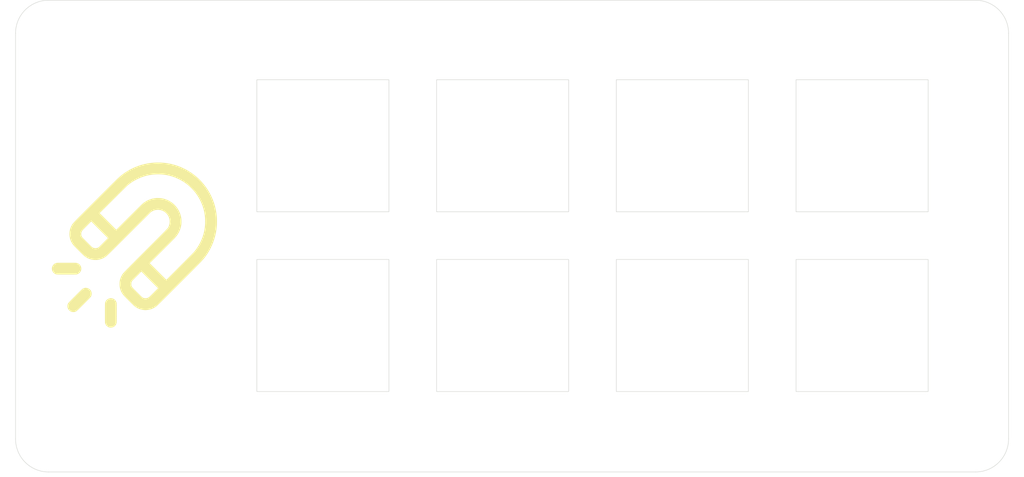
<source format=kicad_pcb>
(kicad_pcb (version 20240108) (generator "pcbnew") (generator_version "8.0")
  (layers (0 "F.Cu" signal) (31 "B.Cu" signal) (34 "B.Paste" user) (35 "F.Paste" user) (36 "B.SilkS" user "B.Silkscreen") (37 "F.SilkS" user "F.Silkscreen") (38 "B.Mask" user) (39 "F.Mask" user) (44 "Edge.Cuts" user))
  (net 0 "")
  (footprint "MountingHole:MountingHole_2.2mm_M2" (layer "F.Cu") (at 106.999999 99.749999)
    (property "Reference" "H2" (hide yes))
    (property "Value" "MountingHole")
    (pad "" np_thru_hole circle (at 0 0) (size 2.2 2.2) (drill 2.2) (layers "*.Cu" "*.Mask"))
  )
  (footprint "MountingHole:MountingHole_2.2mm_M2" (layer "F.Cu") (at 145.6 78.2)
    (property "Reference" "H5" (hide yes))
    (property "Value" "MountingHole")
    (pad "" np_thru_hole circle (at 0 0) (size 2.2 2.2) (drill 2.2) (layers "*.Cu" "*.Mask"))
  )
  (footprint "MountingHole:MountingHole_2.2mm_M2" (layer "F.Cu") (at 106.999999 56.749999)
    (property "Reference" "H1" (hide yes))
    (property "Value" "MountingHole")
    (pad "" np_thru_hole circle (at 0 0) (size 2.2 2.2) (drill 2.2) (layers "*.Cu" "*.Mask"))
  )
  (footprint "MountingHole:MountingHole_2.2mm_M2" (layer "F.Cu") (at 205.25 56.75)
    (property "Reference" "H3" (hide yes))
    (property "Value" "MountingHole")
    (pad "" np_thru_hole circle (at 0 0) (size 2.2 2.2) (drill 2.2) (layers "*.Cu" "*.Mask"))
  )
  (footprint "MountingHole:MountingHole_2.2mm_M2" (layer "F.Cu") (at 183.7 78.2)
    (property "Reference" "H6" (hide yes))
    (property "Value" "MountingHole")
    (pad "" np_thru_hole circle (at 0 0) (size 2.2 2.2) (drill 2.2) (layers "*.Cu" "*.Mask"))
  )
  (footprint "LOGO" (layer "F.Cu") (at 116.1 79.2)
    (property "Reference" "G***" (hide yes))
    (property "Value" "LOGO" (hide yes))
    (fp_poly (pts (xy -5.089304 4.531667) (xy -4.984826 4.552685) (xy -4.882545 4.59256) (xy -4.80477 4.637053) (xy -4.720607 4.703656) (xy -4.650848 4.782131) (xy -4.596173 4.870442) (xy -4.557261 4.966555) (xy -4.534792 5.068433) (xy -4.529447 5.174043) (xy -4.541904 5.281348) (xy -4.563033 5.360797) (xy -4.570301 5.381809) (xy -4.578165 5.401917) (xy -4.587423 5.422005) (xy -4.598874 5.442951) (xy -4.613315 5.465638) (xy -4.631544 5.490947) (xy -4.654359 5.519759) (xy -4.682559 5.552955) (xy -4.71694 5.591416) (xy -4.758303 5.636024) (xy -4.807443 5.687659) (xy -4.86516 5.747203) (xy -4.932252 5.815537) (xy -5.009516 5.893541) (xy -5.09775 5.982098) (xy -5.197753 6.082088) (xy -5.310322 6.194393) (xy -5.389062 6.272871) (xy -5.507723 6.391083) (xy -5.613457 6.496305) (xy -5.707165 6.589347) (xy -5.789751 6.671024) (xy -5.862114 6.742148) (xy -5.925156 6.803531) (xy -5.97978 6.855985) (xy -6.026885 6.900323) (xy -6.067375 6.937359) (xy -6.10215 6.967903) (xy -6.132111 6.99277) (xy -6.158161 7.01277) (xy -6.181201 7.028718) (xy -6.202131 7.041425) (xy -6.221855 7.051704) (xy -6.241273 7.060367) (xy -6.261286 7.068227) (xy -6.278486 7.07454) (xy -6.320882 7.085402) (xy -6.376629 7.093405) (xy -6.43988 7.098332) (xy -6.504788 7.09997) (xy -6.565505 7.098102) (xy -6.616184 7.092514) (xy -6.63773 7.087756) (xy -6.726658 7.05404) (xy -6.813454 7.005661) (xy -6.892913 6.946147) (xy -6.95983 6.879028) (xy -6.976633 6.858) (xy -7.035198 6.765559) (xy -7.07527 6.667672) (xy -7.097292 6.562999) (xy -7.102231 6.4788) (xy -7.097525 6.391563) (xy -7.08215 6.312321) (xy -7.054223 6.232907) (xy -7.036461 6.193692) (xy -7.030418 6.181528) (xy -7.023697 6.169374) (xy -7.015479 6.156368) (xy -7.004944 6.141644) (xy -6.991271 6.124339) (xy -6.973641 6.103589) (xy -6.951233 6.07853) (xy -6.923228 6.048298) (xy -6.888805 6.012029) (xy -6.847144 5.96886) (xy -6.797425 5.917926) (xy -6.738829 5.858363) (xy -6.670534 5.789308) (xy -6.591722 5.709897) (xy -6.501571 5.619265) (xy -6.399262 5.516549) (xy -6.283975 5.400885) (xy -6.282439 5.399344) (xy -6.147611 5.264288) (xy -6.026151 5.14302) (xy -5.917816 5.035305) (xy -5.822368 4.940909) (xy -5.739566 4.859598) (xy -5.66917 4.791138) (xy -5.610939 4.735293) (xy -5.564635 4.691831) (xy -5.530016 4.660516) (xy -5.506842 4.641115) (xy -5.500077 4.636204) (xy -5.401366 4.581775) (xy -5.29903 4.54621) (xy -5.194524 4.529508)) (fill solid) (layer "F.SilkS"))
    (fp_poly (pts (xy -7.027057 1.875703) (xy -6.882306 1.875749) (xy -6.754708 1.875853) (xy -6.64307 1.876034) (xy -6.546199 1.876314) (xy -6.462903 1.876715) (xy -6.391988 1.877257) (xy -6.332263 1.877961) (xy -6.282533 1.878849) (xy -6.241608 1.879941) (xy -6.208293 1.881259) (xy -6.181395 1.882824) (xy -6.159723 1.884657) (xy -6.142084 1.886779) (xy -6.127283 1.889211) (xy -6.11413 1.891975) (xy -6.101954 1.894957) (xy -5.997996 1.931285) (xy -5.903619 1.983862) (xy -5.820395 2.051113) (xy -5.7499 2.131466) (xy -5.693707 2.223345) (xy -5.65339 2.325177) (xy -5.646342 2.350569) (xy -5.629051 2.455635) (xy -5.630145 2.559492) (xy -5.648484 2.660245) (xy -5.682926 2.756001) (xy -5.732331 2.844867) (xy -5.795558 2.924947) (xy -5.871465 2.994349) (xy -5.958912 3.051178) (xy -6.056759 3.093539) (xy -6.101954 3.106889) (xy -6.114613 3.109984) (xy -6.127753 3.112727) (xy -6.142564 3.11514) (xy -6.160237 3.117243) (xy -6.181962 3.119056) (xy -6.208929 3.120599) (xy -6.242327 3.121893) (xy -6.283348 3.122958) (xy -6.333181 3.123815) (xy -6.393016 3.124483) (xy -6.464043 3.124985) (xy -6.547452 3.125339) (xy -6.644434 3.125566) (xy -6.756178 3.125688) (xy -6.883875 3.125723) (xy -7.028714 3.125692) (xy -7.191886 3.125617) (xy -7.194159 3.125616) (xy -7.357759 3.125516) (xy -7.503006 3.125387) (xy -7.631083 3.125208) (xy -7.743177 3.124958) (xy -7.840471 3.124615) (xy -7.924152 3.124159) (xy -7.995402 3.123569) (xy -8.055408 3.122824) (xy -8.105354 3.121904) (xy -8.146425 3.120787) (xy -8.179806 3.119453) (xy -8.206681 3.11788) (xy -8.228236 3.116047) (xy -8.245655 3.113935) (xy -8.260123 3.111522) (xy -8.272825 3.108786) (xy -8.282202 3.106433) (xy -8.385271 3.069646) (xy -8.479003 3.016557) (xy -8.561749 2.948829) (xy -8.63186 2.868122) (xy -8.687688 2.776098) (xy -8.727583 2.674417) (xy -8.733966 2.651276) (xy -8.751257 2.546211) (xy -8.750163 2.442354) (xy -8.731824 2.341601) (xy -8.697382 2.245844) (xy -8.647977 2.156979) (xy -8.58475 2.076898) (xy -8.508843 2.007497) (xy -8.421396 1.950668) (xy -8.323549 1.908306) (xy -8.278354 1.894957) (xy -8.265659 1.891856) (xy -8.252462 1.889106) (xy -8.237569 1.886687) (xy -8.219789 1.884577) (xy -8.197927 1.882755) (xy -8.170792 1.881201) (xy -8.13719 1.879892) (xy -8.095929 1.878809) (xy -8.045815 1.877929) (xy -7.985657 1.877232) (xy -7.914262 1.876696) (xy -7.830436 1.876301) (xy -7.732987 1.876025) (xy -7.620721 1.875847) (xy -7.492448 1.875747) (xy -7.346972 1.875702) (xy -7.190154 1.875692)) (fill solid) (layer "F.SilkS"))
    (fp_poly (pts (xy -2.442355 5.630144) (xy -2.341601 5.648483) (xy -2.245845 5.682926) (xy -2.156979 5.732331) (xy -2.076899 5.795557) (xy -2.007497 5.871465) (xy -1.950669 5.958912) (xy -1.908307 6.056758) (xy -1.894957 6.101954) (xy -1.891856 6.114649) (xy -1.889106 6.127846) (xy -1.886687 6.142738) (xy -1.884577 6.160519) (xy -1.882756 6.182381) (xy -1.881201 6.209516) (xy -1.879893 6.243118) (xy -1.878809 6.284379) (xy -1.877929 6.334492) (xy -1.877232 6.39465) (xy -1.876696 6.466046) (xy -1.876301 6.549872) (xy -1.876025 6.647321) (xy -1.875848 6.759586) (xy -1.875747 6.88786) (xy -1.875702 7.033335) (xy -1.875692 7.190154) (xy -1.875703 7.353251) (xy -1.87575 7.498002) (xy -1.875853 7.6256) (xy -1.876034 7.737238) (xy -1.876315 7.834109) (xy -1.876715 7.917405) (xy -1.877257 7.98832) (xy -1.877961 8.048045) (xy -1.878849 8.097774) (xy -1.879941 8.1387) (xy -1.88126 8.172015) (xy -1.882824 8.198912) (xy -1.884657 8.220584) (xy -1.88678 8.238224) (xy -1.889212 8.253024) (xy -1.891975 8.266178) (xy -1.894957 8.278353) (xy -1.928662 8.37788) (xy -1.976902 8.466615) (xy -2.041844 8.548333) (xy -2.060878 8.568045) (xy -2.144565 8.638644) (xy -2.237049 8.692921) (xy -2.336133 8.730264) (xy -2.439619 8.750062) (xy -2.54531 8.751702) (xy -2.651008 8.734573) (xy -2.655125 8.73351) (xy -2.758194 8.696723) (xy -2.851926 8.643634) (xy -2.934672 8.575906) (xy -3.004783 8.495199) (xy -3.060611 8.403175) (xy -3.100506 8.301494) (xy -3.106889 8.278353) (xy -3.10999 8.265659) (xy -3.11274 8.252462) (xy -3.115159 8.237569) (xy -3.117269 8.219788) (xy -3.119091 8.197927) (xy -3.120645 8.170791) (xy -3.121954 8.137189) (xy -3.123038 8.095928) (xy -3.123917 8.045815) (xy -3.124615 7.985657) (xy -3.12515 7.914261) (xy -3.125545 7.830435) (xy -3.125821 7.732986) (xy -3.125999 7.620721) (xy -3.1261 7.492447) (xy -3.126144 7.346972) (xy -3.126154 7.190154) (xy -3.126143 7.027057) (xy -3.126097 6.882306) (xy -3.125993 6.754707) (xy -3.125812 6.643069) (xy -3.125532 6.546198) (xy -3.125131 6.462902) (xy -3.124589 6.391988) (xy -3.123885 6.332262) (xy -3.122998 6.282533) (xy -3.121905 6.241607) (xy -3.120587 6.208292) (xy -3.119022 6.181395) (xy -3.117189 6.159723) (xy -3.115067 6.142083) (xy -3.112635 6.127283) (xy -3.109871 6.11413) (xy -3.106889 6.101954) (xy -3.070561 5.997996) (xy -3.017984 5.903618) (xy -2.950733 5.820395) (xy -2.870381 5.7499) (xy -2.778501 5.693707) (xy -2.676669 5.65339) (xy -2.651277 5.646342) (xy -2.546211 5.62905)) (fill solid) (layer "F.SilkS"))
    (fp_poly (pts (xy 2.803214 -8.745097) (xy 3.15294 -8.718275) (xy 3.502608 -8.671951) (xy 3.600319 -8.655509) (xy 3.93583 -8.586529) (xy 4.267455 -8.498539) (xy 4.594525 -8.391799) (xy 4.916372 -8.266572) (xy 5.232331 -8.123118) (xy 5.541732 -7.961698) (xy 5.843909 -7.782575) (xy 5.864755 -7.769391) (xy 6.143839 -7.580802) (xy 6.412935 -7.376138) (xy 6.671149 -7.156422) (xy 6.917591 -6.922673) (xy 7.151368 -6.675913) (xy 7.371587 -6.417163) (xy 7.577357 -6.147444) (xy 7.767786 -5.867776) (xy 7.941982 -5.57918) (xy 8.099051 -5.282678) (xy 8.172229 -5.128846) (xy 8.307123 -4.813883) (xy 8.423458 -4.498406) (xy 8.521754 -4.180424) (xy 8.602531 -3.857943) (xy 8.66631 -3.528972) (xy 8.713612 -3.191518) (xy 8.735098 -2.974731) (xy 8.739187 -2.911885) (xy 8.742435 -2.833143) (xy 8.744841 -2.74213) (xy 8.746405 -2.642471) (xy 8.747125 -2.537791) (xy 8.746999 -2.431715) (xy 8.746027 -2.327867) (xy 8.744208 -2.229872) (xy 8.74154 -2.141356) (xy 8.738022 -2.065942) (xy 8.735395 -2.027116) (xy 8.698244 -1.679332) (xy 8.642321 -1.33541) (xy 8.567919 -0.996144) (xy 8.475326 -0.662333) (xy 8.364831 -0.334772) (xy 8.236726 -0.014259) (xy 8.0913 0.29841) (xy 7.928843 0.602438) (xy 7.749644 0.897028) (xy 7.5823 1.14231) (xy 7.555861 1.179099) (xy 7.530666 1.21402) (xy 7.506252 1.247557) (xy 7.482151 1.280195) (xy 7.457899 1.312419) (xy 7.433031 1.344715) (xy 7.40708 1.377567) (xy 7.379581 1.411459) (xy 7.35007 1.446878) (xy 7.318079 1.484308) (xy 7.283145 1.524235) (xy 7.244801 1.567142) (xy 7.202582 1.613515) (xy 7.156023 1.663839) (xy 7.104658 1.718599) (xy 7.048021 1.778279) (xy 6.985648 1.843366) (xy 6.917072 1.914343) (xy 6.841828 1.991696) (xy 6.759452 2.07591) (xy 6.669476 2.16747) (xy 6.571436 2.26686) (xy 6.464867 2.374566) (xy 6.349303 2.491073) (xy 6.224278 2.616865) (xy 6.089327 2.752427) (xy 5.943984 2.898245) (xy 5.787785 3.054804) (xy 5.620263 3.222588) (xy 5.440953 3.402082) (xy 5.24939 3.593772) (xy 5.045108 3.798142) (xy 4.827642 4.015678) (xy 4.748595 4.094748) (xy 4.528259 4.315126) (xy 4.321304 4.522069) (xy 4.12732 4.715984) (xy 3.945898 4.897275) (xy 3.776626 5.06635) (xy 3.619096 5.223612) (xy 3.472897 5.369469) (xy 3.337619 5.504325) (xy 3.212852 5.628587) (xy 3.098186 5.742661) (xy 2.993211 5.846951) (xy 2.897518 5.941864) (xy 2.810695 6.027806) (xy 2.732333 6.105182) (xy 2.662023 6.174398) (xy 2.599353 6.23586) (xy 2.543915 6.289973) (xy 2.495297 6.337144) (xy 2.45309 6.377778) (xy 2.416885 6.41228) (xy 2.38627 6.441056) (xy 2.360836 6.464513) (xy 2.340173 6.483056) (xy 2.323871 6.497091) (xy 2.31152 6.507022) (xy 2.308958 6.508944) (xy 2.148555 6.617227) (xy 1.986482 6.70663) (xy 1.820999 6.777811) (xy 1.650364 6.83143) (xy 1.472835 6.868143) (xy 1.309077 6.887025) (xy 1.25264 6.891216) (xy 1.209846 6.893895) (xy 1.174856 6.895057) (xy 1.141833 6.894697) (xy 1.104939 6.892812) (xy 1.058336 6.889396) (xy 1.025769 6.886809) (xy 0.836315 6.862191) (xy 0.652948 6.819092) (xy 0.475442 6.757427) (xy 0.303571 6.677111) (xy 0.137108 6.578056) (xy 0.043961 6.512735) (xy 0.022149 6.49467) (xy -0.011947 6.463938) (xy -0.056985 6.421881) (xy -0.111626 6.369838) (xy -0.174529 6.309149) (xy -0.244355 6.241154) (xy -0.319764 6.167194) (xy -0.399416 6.088608) (xy -0.481971 6.006737) (xy -0.566088 5.922921) (xy -0.650428 5.8385) (xy -0.733651 5.754813) (xy -0.814417 5.673201) (xy -0.891386 5.595005) (xy -0.963217 5.521564) (xy -1.028571 5.454218) (xy -1.086108 5.394308) (xy -1.134488 5.343173) (xy -1.172371 5.302154) (xy -1.198417 5.27259) (xy -1.207938 5.260731) (xy -1.316721 5.098628) (xy -1.407107 4.929997) (xy -1.479199 4.75458) (xy -1.533107 4.572121) (xy -1.567985 4.389129) (xy -1.575282 4.319108) (xy -1.579639 4.236346) (xy -1.581139 4.146079) (xy -1.580883 4.1275) (xy -0.326703 4.1275) (xy -0.326437 4.184239) (xy -0.324621 4.22703) (xy -0.320607 4.261444) (xy -0.313747 4.29305) (xy -0.303436 4.327278) (xy -0.294476 4.35328) (xy -0.284663 4.377948) (xy -0.273031 4.402392) (xy -0.258617 4.42772) (xy -0.240457 4.455042) (xy -0.217585 4.485468) (xy -0.189038 4.520105) (xy -0.153852 4.560063) (xy -0.111062 4.606452) (xy -0.059703 4.660381) (xy 0.001188 4.722958) (xy 0.072576 4.795293) (xy 0.155425 4.878495) (xy 0.2507 4.973674) (xy 0.309542 5.032321) (xy 0.409525 5.131874) (xy 0.496831 5.218585) (xy 0.572609 5.293416) (xy 0.638009 5.357331) (xy 0.694179 5.411292) (xy 0.74227 5.456261) (xy 0.78343 5.493202) (xy 0.818809 5.523078) (xy 0.849556 5.54685) (xy 0.876821 5.565483) (xy 0.901752 5.579938) (xy 0.9255 5.591179) (xy 0.949213 5.600169) (xy 0.974041 5.607869) (xy 1.001133 5.615243) (xy 1.007364 5.616878) (xy 1.08143 5.630326) (xy 1.164821 5.635704) (xy 1.248997 5.632859) (xy 1.321359 5.622518) (xy 1.402152 5.596966) (xy 1.485366 5.554842) (xy 1.567314 5.498129) (xy 1.594638 5.475526) (xy 1.614471 5.45742) (xy 1.6466 5.426884) (xy 1.689559 5.385359) (xy 1.741881 5.334284) (xy 1.802103 5.2751) (xy 1.868756 5.209246) (xy 1.940376 5.138163) (xy 2.015498 5.063291) (xy 2.083277 4.995471) (xy 2.500901 4.576822) (xy 1.616697 3.692738) (xy 0.732493 2.808654) (xy 0.25533 3.287346) (xy 0.159207 3.383825) (xy 0.075877 3.467672) (xy 0.004321 3.540074) (xy -0.056481 3.602217) (xy -0.107551 3.655287) (xy -0.149908 3.700469) (xy -0.184573 3.738951) (xy -0.212567 3.771917) (xy -0.234908 3.800555) (xy -0.252618 3.82605) (xy -0.266717 3.849588) (xy -0.278226 3.872355) (xy -0.288164 3.895537) (xy -0.297553 3.920321) (xy -0.30354 3.937) (xy -0.313438 3.967898) (xy -0.320069 3.998085) (xy -0.324072 4.032801) (xy -0.326082 4.077283) (xy -0.326703 4.1275) (xy -1.580883 4.1275) (xy -1.579864 4.053541) (xy -1.575898 3.963966) (xy -1.569322 3.882588) (xy -1.56022 3.814641) (xy -1.558773 3.80663) (xy -1.514547 3.622117) (xy -1.452387 3.442031) (xy -1.37341 3.268928) (xy -1.278732 3.105367) (xy -1.208301 3.004038) (xy -1.20132 2.995113) (xy -1.191872 2.983819) (xy -1.179582 2.96978) (xy -1.164078 2.952617) (xy -1.144986 2.931954) (xy -1.121933 2.907413) (xy -1.094544 2.878617) (xy -1.062447 2.845189) (xy -1.025267 2.806751) (xy -0.982631 2.762927) (xy -0.934166 2.713338) (xy -0.879499 2.657608) (xy -0.818254 2.595359) (xy -0.75006 2.526215) (xy -0.674542 2.449797) (xy -0.591327 2.365728) (xy -0.500041 2.273632) (xy -0.400311 2.17313) (xy -0.291763 2.063846) (xy -0.174024 1.945403) (xy -0.046719 1.817422) (xy 0.090523 1.679527) (xy 0.238078 1.531341) (xy 0.396318 1.372486) (xy 0.565617 1.202585) (xy 0.746349 1.02126) (xy 0.938887 0.828135) (xy 1.143605 0.622831) (xy 1.360877 0.404973) (xy 1.591075 0.174182) (xy 1.834573 -0.069919) (xy 1.925627 -0.161192) (xy 2.100717 -0.336695) (xy 2.262567 -0.498933) (xy 2.411727 -0.648484) (xy 2.548744 -0.78593) (xy 2.674166 -0.911848) (xy 2.788541 -1.026818) (xy 2.892417 -1.131421) (xy 2.986341 -1.226234) (xy 3.070862 -1.311839) (xy 3.146528 -1.388813) (xy 3.213886 -1.457737) (xy 3.273485 -1.519191) (xy 3.325872 -1.573752) (xy 3.371596 -1.622001) (xy 3.411203 -1.664518) (xy 3.445243 -1.701882) (xy 3.474264 -1.734671) (xy 3.498812 -1.763466) (xy 3.519436 -1.788847) (xy 3.536684 -1.811391) (xy 3.551104 -1.83168) (xy 3.563244 -1.850292) (xy 3.573651 -1.867807) (xy 3.582875 -1.884803) (xy 3.591461 -1.901862) (xy 3.59996 -1.919561) (xy 3.608917 -1.938481) (xy 3.611583 -1.944077) (xy 3.670177 -2.088644) (xy 3.710543 -2.23791) (xy 3.732478 -2.39001) (xy 3.735776 -2.543074) (xy 3.720233 -2.695237) (xy 3.703044 -2.780104) (xy 3.658283 -2.926491) (xy 3.597183 -3.063837) (xy 3.521061 -3.191197) (xy 3.431238 -3.307625) (xy 3.329031 -3.412174) (xy 3.215758 -3.503899) (xy 3.092738 -3.581853) (xy 2.96129 -3.645091) (xy 2.822732 -3.692666) (xy 2.678382 -3.723632) (xy 2.52956 -3.737043) (xy 2.377582 -3.731954) (xy 2.376637 -3.731863) (xy 2.225834 -3.709136) (xy 2.083945 -3.670415) (xy 1.948245 -3.614681) (xy 1.816008 -3.540919) (xy 1.753577 -3.499241) (xy 1.742942 -3.48974) (xy 1.719012 -3.466942) (xy 1.68231 -3.431364) (xy 1.633357 -3.383524) (xy 1.572675 -3.323941) (xy 1.500787 -3.25313) (xy 1.418213 -3.171612) (xy 1.325475 -3.079903) (xy 1.223096 -2.978522) (xy 1.111598 -2.867985) (xy 0.991501 -2.748812) (xy 0.863328 -2.621519) (xy 0.727601 -2.486625) (xy 0.584841 -2.344648) (xy 0.435571 -2.196105) (xy 0.280312 -2.041514) (xy 0.119585 -1.881393) (xy -0.046086 -1.716261) (xy -0.216181 -1.546633) (xy -0.390177 -1.37303) (xy -0.567553 -1.195968) (xy -0.591039 -1.172517) (xy -0.805612 -0.958259) (xy -1.006825 -0.757352) (xy -1.195147 -0.569344) (xy -1.371044 -0.393781) (xy -1.534985 -0.23021) (xy -1.687438 -0.078179) (xy -1.82887 0.062766) (xy -1.959748 0.193077) (xy -2.080541 0.313208) (xy -2.191716 0.42361) (xy -2.293741 0.524739) (xy -2.387084 0.617045) (xy -2.472213 0.700983) (xy -2.549594 0.777004) (xy -2.619697 0.845563) (xy -2.682988 0.907112) (xy -2.739935 0.962104) (xy -2.791007 1.010992) (xy -2.83667 1.054229) (xy -2.877393 1.092268) (xy -2.913643 1.125561) (xy -2.945888 1.154563) (xy -2.974596 1.179725) (xy -3.000235 1.201501) (xy -3.023271 1.220343) (xy -3.044174 1.236705) (xy -3.06341 1.25104) (xy -3.081448 1.2638) (xy -3.098754 1.275439) (xy -3.115798 1.286409) (xy -3.133046 1.297164) (xy -3.150967 1.308156) (xy -3.155462 1.310905) (xy -3.320968 1.400859) (xy -3.493845 1.473169) (xy -3.672634 1.52762) (xy -3.855879 1.563998) (xy -4.042121 1.582089) (xy -4.229903 1.581679) (xy -4.417767 1.562553) (xy -4.604256 1.524498) (xy -4.60603 1.524042) (xy -4.761971 1.475232) (xy -4.918876 1.409616) (xy -5.072567 1.329237) (xy -5.218871 1.236139) (xy -5.270295 1.198879) (xy -5.292362 1.180485) (xy -5.326661 1.149479) (xy -5.371849 1.107204) (xy -5.426583 1.055002) (xy -5.489519 0.994218) (xy -5.559316 0.926193) (xy -5.63463 0.852273) (xy -5.714118 0.7738) (xy -5.796438 0.692117) (xy -5.880247 0.608568) (xy -5.964202 0.524496) (xy -6.046959 0.441244) (xy -6.127176 0.360157) (xy -6.203511 0.282576) (xy -6.27462 0.209846) (xy -6.339161 0.14331) (xy -6.39579 0.084311) (xy -6.443166 0.034193) (xy -6.479944 -0.005702) (xy -6.504782 -0.03403) (xy -6.512696 -0.043962) (xy -6.621133 -0.205936) (xy -6.711661 -0.374802) (xy -6.784095 -0.549509) (xy -6.838253 -0.729009) (xy -6.873952 -0.912255) (xy -6.891008 -1.098198) (xy -6.890382 -1.16458) (xy -5.636404 -1.16458) (xy -5.630735 -1.085801) (xy -5.618224 -1.014762) (xy -5.617336 -1.011225) (xy -5.610069 -0.983291) (xy -5.602792 -0.957983) (xy -5.594558 -0.934178) (xy -5.584423 -0.91075) (xy -5.571442 -0.886577) (xy -5.554669 -0.860533) (xy -5.533159 -0.831495) (xy -5.505968 -0.798338) (xy -5.47215 -0.759939) (xy -5.430761 -0.715174) (xy -5.380854 -0.662917) (xy -5.321485 -0.602046) (xy -5.25171 -0.531436) (xy -5.170582 -0.449963) (xy -5.077157 -0.356502) (xy -5.0129 -0.292301) (xy -4.915321 -0.194878) (xy -4.830463 -0.110322) (xy -4.757273 -0.037643) (xy -4.694698 0.024149) (xy -4.641685 0.076044) (xy -4.59718 0.119033) (xy -4.560132 0.154106) (xy -4.529487 0.182254) (xy -4.504191 0.204466) (xy -4.483194 0.221733) (xy -4.46544 0.235045) (xy -4.449878 0.245393) (xy -4.435454 0.253767) (xy -4.428241 0.257574) (xy -4.323827 0.300638) (xy -4.215187 0.325286) (xy -4.104593 0.331204) (xy -3.994314 0.318081) (xy -3.991992 0.317593) (xy -3.949064 0.305827) (xy -3.899338 0.288264) (xy -3.85311 0.268565) (xy -3.850338 0.267233) (xy -3.835358 0.259703) (xy -3.820693 0.251466) (xy -3.805236 0.241493) (xy -3.787876 0.228755) (xy -3.767506 0.212223) (xy -3.743016 0.190869) (xy -3.713296 0.163662) (xy -3.677239 0.129573) (xy -3.633736 0.087575) (xy -3.581676 0.036637) (xy -3.519952 -0.024269) (xy -3.447454 -0.096172) (xy -3.363073 -0.180103) (xy -3.292231 -0.250656) (xy -2.808654 -0.732405) (xy -3.692738 -1.616653) (xy -4.576822 -2.500901) (xy -4.995471 -2.083278) (xy -5.072563 -2.006208) (xy -5.147189 -1.931283) (xy -5.217902 -1.859978) (xy -5.283253 -1.793768) (xy -5.341793 -1.734129) (xy -5.392074 -1.682535) (xy -5.432647 -1.640462) (xy -5.462064 -1.609385) (xy -5.477502 -1.592385) (xy -5.525865 -1.528911) (xy -5.56852 -1.458447) (xy -5.602325 -1.386937) (xy -5.624136 -1.320328) (xy -5.626197 -1.311039) (xy -5.634975 -1.242519) (xy -5.636404 -1.16458) (xy -6.890382 -1.16458) (xy -6.889239 -1.285789) (xy -6.868462 -1.473979) (xy -6.828492 -1.661721) (xy -6.807833 -1.734039) (xy -6.783949 -1.803019) (xy -6.752022 -1.882219) (xy -6.7148 -1.965571) (xy -6.675027 -2.047006) (xy -6.635451 -2.120455) (xy -6.624362 -2.139462) (xy -6.613794 -2.157206) (xy -6.603616 -2.174116) (xy -6.593382 -2.190653) (xy -6.582643 -2.207278) (xy -6.570953 -2.224454) (xy -6.557863 -2.242643) (xy -6.542926 -2.262305) (xy -6.525695 -2.283902) (xy -6.505721 -2.307897) (xy -6.482558 -2.33475) (xy -6.455757 -2.364925) (xy -6.42487 -2.398881) (xy -6.389451 -2.437082) (xy -6.349052 -2.479988) (xy -6.303225 -2.528061) (xy -6.251522 -2.581763) (xy -6.193496 -2.641557) (xy -6.128699 -2.707902) (xy -6.056683 -2.781262) (xy -5.977001 -2.862097) (xy -5.889206 -2.95087) (xy -5.79285 -3.048042) (xy -5.687484 -3.154075) (xy -5.572662 -3.26943) (xy -5.453088 -3.3894) (xy -3.687322 -3.3894) (xy -2.803604 -2.505643) (xy -1.919887 -1.621885) (xy -0.547194 -2.992652) (xy -0.380245 -3.159267) (xy -0.221403 -3.31759) (xy -0.071076 -3.46722) (xy 0.070327 -3.607754) (xy 0.202398 -3.738789) (xy 0.324728 -3.859922) (xy 0.436908 -3.970751) (xy 0.53853 -4.070873) (xy 0.629185 -4.159885) (xy 0.708465 -4.237384) (xy 0.77596 -4.302968) (xy 0.831262 -4.356234) (xy 0.873963 -4.396779) (xy 0.903653 -4.424201) (xy 0.918308 -4.436853) (xy 1.099881 -4.568667) (xy 1.289358 -4.683309) (xy 1.485769 -4.780433) (xy 1.688149 -4.859695) (xy 1.89553 -4.92075) (xy 2.106943 -4.963254) (xy 2.321421 -4.986861) (xy 2.4765 -4.991964) (xy 2.695467 -4.983526) (xy 2.907304 -4.957596) (xy 3.113632 -4.913761) (xy 3.316071 -4.851607) (xy 3.516244 -4.770722) (xy 3.697654 -4.680567) (xy 3.874577 -4.574062) (xy 4.043414 -4.450793) (xy 4.202536 -4.312437) (xy 4.350319 -4.160669) (xy 4.485134 -3.997166) (xy 4.605355 -3.823604) (xy 4.709357 -3.641658) (xy 4.713195 -3.634154) (xy 4.790034 -3.471362) (xy 4.853012 -3.310702) (xy 4.903844 -3.146805) (xy 4.944247 -2.974304) (xy 4.969199 -2.833077) (xy 4.977157 -2.765582) (xy 4.982865 -2.683486) (xy 4.986323 -2.591598) (xy 4.987531 -2.494727) (xy 4.986488 -2.397679) (xy 4.983194 -2.305265) (xy 4.977651 -2.22229) (xy 4.969856 -2.153565) (xy 4.969199 -2.149231) (xy 4.926041 -1.926177) (xy 4.867266 -1.714435) (xy 4.79238 -1.512949) (xy 4.700888 -1.320661) (xy 4.592297 -1.136513) (xy 4.466113 -0.95945) (xy 4.34644 -0.815731) (xy 4.329722 -0.797796) (xy 4.299908 -0.766807) (xy 4.257737 -0.723508) (xy 4.203948 -0.668644) (xy 4.139279 -0.602958) (xy 4.064469 -0.527196) (xy 3.980255 -0.442101) (xy 3.887377 -0.348417) (xy 3.786572 -0.246888) (xy 3.678578 -0.13826) (xy 3.564135 -0.023275) (xy 3.443981 0.097321) (xy 3.318853 0.222784) (xy 3.18949 0.352371) (xy 3.056631 0.485336) (xy 2.936283 0.605675) (xy 1.621699 1.91962) (xy 2.503353 2.801315) (xy 2.612562 2.910471) (xy 2.717956 3.015701) (xy 2.81871 3.116188) (xy 2.914001 3.211115) (xy 3.003005 3.299665) (xy 3.084899 3.381022) (xy 3.158859 3.454369) (xy 3.224061 3.518888) (xy 3.279682 3.573764) (xy 3.324897 3.618179) (xy 3.358884 3.651317) (xy 3.380818 3.672361) (xy 3.389876 3.680494) (xy 3.390061 3.680563) (xy 3.397349 3.673507) (xy 3.41778 3.653259) (xy 3.450707 3.620464) (xy 3.495483 3.575773) (xy 3.55146 3.519832) (xy 3.617993 3.453289) (xy 3.694433 3.376793) (xy 3.780133 3.290992) (xy 3.874448 3.196533) (xy 3.976729 3.094065) (xy 4.086329 2.984236) (xy 4.202601 2.867693) (xy 4.324899 2.745085) (xy 4.452576 2.617059) (xy 4.584983 2.484264) (xy 4.721475 2.347348) (xy 4.811837 2.256692) (xy 4.963501 2.104434) (xy 5.110349 1.956829) (xy 5.25178 1.81449) (xy 5.387188 1.678031) (xy 5.515971 1.548063) (xy 5.637525 1.4252) (xy 5.751247 1.310055) (xy 5.856533 1.20324) (xy 5.952781 1.105369) (xy 6.039386 1.017053) (xy 6.115745 0.938906) (xy 6.181255 0.87154) (xy 6.235312 0.815569) (xy 6.277314 0.771605) (xy 6.306656 0.74026) (xy 6.322096 0.722923) (xy 6.511832 0.481888) (xy 6.683774 0.235521) (xy 6.839035 -0.018142) (xy 6.978727 -0.281061) (xy 7.103965 -0.555199) (xy 7.21586 -0.842516) (xy 7.22528 -0.868991) (xy 7.313372 -1.147116) (xy 7.384328 -1.433003) (xy 7.438102 -1.724941) (xy 7.474647 -2.021222) (xy 7.493919 -2.320137) (xy 7.49587 -2.619977) (xy 7.480455 -2.919033) (xy 7.447628 -3.215596) (xy 7.397343 -3.507957) (xy 7.329554 -3.794408) (xy 7.306227 -3.87746) (xy 7.24374 -4.077687) (xy 7.174767 -4.270134) (xy 7.096838 -4.461136) (xy 7.007481 -4.657026) (xy 6.980058 -4.713654) (xy 6.834816 -4.988327) (xy 6.67396 -5.251358) (xy 6.497392 -5.502869) (xy 6.305012 -5.742982) (xy 6.096721 -5.971819) (xy 5.872421 -6.189503) (xy 5.632013 -6.396155) (xy 5.596272 -6.424845) (xy 5.363425 -6.598212) (xy 5.116964 -6.758989) (xy 4.858959 -6.906236) (xy 4.591483 -7.039016) (xy 4.316605 -7.156388) (xy 4.036395 -7.257413) (xy 3.752925 -7.341154) (xy 3.468265 -7.40667) (xy 3.404576 -7.418747) (xy 3.119806 -7.461523) (xy 2.828357 -7.487752) (xy 2.533186 -7.497496) (xy 2.237251 -7.490821) (xy 1.943509 -7.467791) (xy 1.654916 -7.42847) (xy 1.382725 -7.37483) (xy 1.106663 -7.302667) (xy 0.832052 -7.212815) (xy 0.557341 -7.104721) (xy 0.307731 -6.990894) (xy 0.056123 -6.860474) (xy -0.182032 -6.7195) (xy -0.410379 -6.565556) (xy -0.632563 -6.39623) (xy -0.791118 -6.263129) (xy -0.806222 -6.249106) (xy -0.834459 -6.221979) (xy -0.875126 -6.182441) (xy -0.927523 -6.131186) (xy -0.990949 -6.068906) (xy -1.064701 -5.996297) (xy -1.148079 -5.91405) (xy -1.240381 -5.82286) (xy -1.340906 -5.72342) (xy -1.448953 -5.616423) (xy -1.563821 -5.502564) (xy -1.684807 -5.382536) (xy -1.811211 -5.257031) (xy -1.942332 -5.126744) (xy -2.077468 -4.992369) (xy -2.215918 -4.854598) (xy -2.280644 -4.790155) (xy -3.687322 -3.3894) (xy -5.453088 -3.3894) (xy -5.447936 -3.394569) (xy -5.312858 -3.529955) (xy -5.166981 -3.676048) (xy -5.009856 -3.83331) (xy -4.841037 -4.002203) (xy -4.660076 -4.183189) (xy -4.466525 -4.376729) (xy -4.259936 -4.583286) (xy -4.099421 -4.743771) (xy -3.880518 -4.962622) (xy -3.674941 -5.168115) (xy -3.482208 -5.360721) (xy -3.30184 -5.540908) (xy -3.133355 -5.709146) (xy -2.976273 -5.865904) (xy -2.830115 -6.011651) (xy -2.694399 -6.146855) (xy -2.568645 -6.271987) (xy -2.452372 -6.387516) (xy -2.3451 -6.493909) (xy -2.246349 -6.591638) (xy -2.155638 -6.68117) (xy -2.072487 -6.762975) (xy -1.996415 -6.837522) (xy -1.926942 -6.90528) (xy -1.863586 -6.966719) (xy -1.805869 -7.022307) (xy -1.753309 -7.072513) (xy -1.705426 -7.117808) (xy -1.66174 -7.158659) (xy -1.621769 -7.195536) (xy -1.585034 -7.228908) (xy -1.551054 -7.259245) (xy -1.519349 -7.287015) (xy -1.489438 -7.312688) (xy -1.46084 -7.336732) (xy -1.433076 -7.359617) (xy -1.405664 -7.381812) (xy -1.378125 -7.403787) (xy -1.362808 -7.415902) (xy -1.095559 -7.614794) (xy -0.815612 -7.800094) (xy -0.524703 -7.970965) (xy -0.224568 -8.126569) (xy 0.083057 -8.26607) (xy 0.396438 -8.38863) (xy 0.713837 -8.493412) (xy 1.03352 -8.579578) (xy 1.064846 -8.586975) (xy 1.41009 -8.657535) (xy 1.756867 -8.708636) (xy 2.104859 -8.740269) (xy 2.453747 -8.752425)) (fill solid) (layer "F.SilkS"))
  )
  (footprint "MountingHole:MountingHole_2.2mm_M2" (layer "F.Cu") (at 205.25 99.75)
    (property "Reference" "H4" (hide yes))
    (property "Value" "MountingHole")
    (pad "" np_thru_hole circle (at 0 0) (size 2.2 2.2) (drill 2.2) (layers "*.Cu" "*.Mask"))
  )
  (gr_line (start 107 103.25) (end 205.25 103.25) (stroke (width 0.05)) (layer "Edge.Cuts"))
  (gr_line (start 208.75 99.75) (end 208.75 56.75) (stroke (width 0.05)) (layer "Edge.Cuts"))
  (gr_line (start 103.5 56.75) (end 103.5 99.75) (stroke (width 0.05)) (layer "Edge.Cuts"))
  (gr_arc (start 103.5 56.75) (mid 104.525126 54.275126) (end 107 53.25) (stroke (width 0.05)) (layer "Edge.Cuts"))
  (gr_rect (start 167.175 61.675) (end 181.175 75.675) (stroke (width 0.05)) (fill none) (layer "Edge.Cuts"))
  (gr_rect (start 186.225 61.675) (end 200.225 75.675) (stroke (width 0.05)) (fill none) (layer "Edge.Cuts"))
  (gr_rect (start 148.125 61.675) (end 162.125 75.675) (stroke (width 0.05)) (fill none) (layer "Edge.Cuts"))
  (gr_line (start 107 53.25) (end 205.25 53.25) (stroke (width 0.05)) (layer "Edge.Cuts"))
  (gr_rect (start 167.175 80.725) (end 181.175 94.725) (stroke (width 0.05)) (fill none) (layer "Edge.Cuts"))
  (gr_rect (start 129.075 61.675) (end 143.075 75.675) (stroke (width 0.05)) (fill none) (layer "Edge.Cuts"))
  (gr_rect (start 129.075 80.725) (end 143.075 94.725) (stroke (width 0.05)) (fill none) (layer "Edge.Cuts"))
  (gr_arc (start 208.75 99.75) (mid 207.724874 102.224874) (end 205.25 103.25) (stroke (width 0.05)) (layer "Edge.Cuts"))
  (gr_arc (start 107 103.25) (mid 104.525126 102.224874) (end 103.5 99.75) (stroke (width 0.05)) (layer "Edge.Cuts"))
  (gr_rect (start 148.125 80.725) (end 162.125 94.725) (stroke (width 0.05)) (fill none) (layer "Edge.Cuts"))
  (gr_arc (start 205.25 53.25) (mid 207.724874 54.275126) (end 208.75 56.75) (stroke (width 0.05)) (layer "Edge.Cuts"))
  (gr_rect (start 186.225 80.725) (end 200.225 94.725) (stroke (width 0.05)) (fill none) (layer "Edge.Cuts"))
)
</source>
